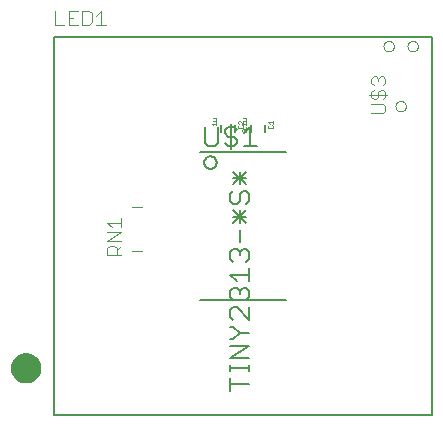
<source format=gto>
G75*
G70*
%OFA0B0*%
%FSLAX24Y24*%
%IPPOS*%
%LPD*%
%AMOC8*
5,1,8,0,0,1.08239X$1,22.5*
%
%ADD10C,0.0000*%
%ADD11C,0.0050*%
%ADD12C,0.0500*%
%ADD13C,0.0040*%
%ADD14C,0.0060*%
%ADD15C,0.0070*%
%ADD16C,0.0010*%
D10*
X001553Y000683D02*
X001553Y013281D01*
X014151Y013281D01*
X014151Y000683D01*
X001553Y000683D01*
X012931Y010986D02*
X012933Y011012D01*
X012939Y011038D01*
X012948Y011062D01*
X012961Y011085D01*
X012978Y011105D01*
X012997Y011123D01*
X013019Y011138D01*
X013042Y011149D01*
X013067Y011157D01*
X013093Y011161D01*
X013119Y011161D01*
X013145Y011157D01*
X013170Y011149D01*
X013194Y011138D01*
X013215Y011123D01*
X013234Y011105D01*
X013251Y011085D01*
X013264Y011062D01*
X013273Y011038D01*
X013279Y011012D01*
X013281Y010986D01*
X013279Y010960D01*
X013273Y010934D01*
X013264Y010910D01*
X013251Y010887D01*
X013234Y010867D01*
X013215Y010849D01*
X013193Y010834D01*
X013170Y010823D01*
X013145Y010815D01*
X013119Y010811D01*
X013093Y010811D01*
X013067Y010815D01*
X013042Y010823D01*
X013018Y010834D01*
X012997Y010849D01*
X012978Y010867D01*
X012961Y010887D01*
X012948Y010910D01*
X012939Y010934D01*
X012933Y010960D01*
X012931Y010986D01*
X012531Y012986D02*
X012533Y013012D01*
X012539Y013038D01*
X012548Y013062D01*
X012561Y013085D01*
X012578Y013105D01*
X012597Y013123D01*
X012619Y013138D01*
X012642Y013149D01*
X012667Y013157D01*
X012693Y013161D01*
X012719Y013161D01*
X012745Y013157D01*
X012770Y013149D01*
X012794Y013138D01*
X012815Y013123D01*
X012834Y013105D01*
X012851Y013085D01*
X012864Y013062D01*
X012873Y013038D01*
X012879Y013012D01*
X012881Y012986D01*
X012879Y012960D01*
X012873Y012934D01*
X012864Y012910D01*
X012851Y012887D01*
X012834Y012867D01*
X012815Y012849D01*
X012793Y012834D01*
X012770Y012823D01*
X012745Y012815D01*
X012719Y012811D01*
X012693Y012811D01*
X012667Y012815D01*
X012642Y012823D01*
X012618Y012834D01*
X012597Y012849D01*
X012578Y012867D01*
X012561Y012887D01*
X012548Y012910D01*
X012539Y012934D01*
X012533Y012960D01*
X012531Y012986D01*
X013331Y012986D02*
X013333Y013012D01*
X013339Y013038D01*
X013348Y013062D01*
X013361Y013085D01*
X013378Y013105D01*
X013397Y013123D01*
X013419Y013138D01*
X013442Y013149D01*
X013467Y013157D01*
X013493Y013161D01*
X013519Y013161D01*
X013545Y013157D01*
X013570Y013149D01*
X013594Y013138D01*
X013615Y013123D01*
X013634Y013105D01*
X013651Y013085D01*
X013664Y013062D01*
X013673Y013038D01*
X013679Y013012D01*
X013681Y012986D01*
X013679Y012960D01*
X013673Y012934D01*
X013664Y012910D01*
X013651Y012887D01*
X013634Y012867D01*
X013615Y012849D01*
X013593Y012834D01*
X013570Y012823D01*
X013545Y012815D01*
X013519Y012811D01*
X013493Y012811D01*
X013467Y012815D01*
X013442Y012823D01*
X013418Y012834D01*
X013397Y012849D01*
X013378Y012867D01*
X013361Y012887D01*
X013348Y012910D01*
X013339Y012934D01*
X013333Y012960D01*
X013331Y012986D01*
D11*
X014155Y013285D02*
X014155Y000687D01*
X001557Y000687D01*
X001557Y013285D01*
X014155Y013285D01*
D12*
X000350Y002261D02*
X000352Y002292D01*
X000358Y002323D01*
X000368Y002353D01*
X000381Y002381D01*
X000398Y002408D01*
X000418Y002432D01*
X000441Y002454D01*
X000466Y002472D01*
X000494Y002487D01*
X000523Y002499D01*
X000553Y002507D01*
X000584Y002511D01*
X000616Y002511D01*
X000647Y002507D01*
X000677Y002499D01*
X000706Y002487D01*
X000734Y002472D01*
X000759Y002454D01*
X000782Y002432D01*
X000802Y002408D01*
X000819Y002381D01*
X000832Y002353D01*
X000842Y002323D01*
X000848Y002292D01*
X000850Y002261D01*
X000848Y002230D01*
X000842Y002199D01*
X000832Y002169D01*
X000819Y002141D01*
X000802Y002114D01*
X000782Y002090D01*
X000759Y002068D01*
X000734Y002050D01*
X000706Y002035D01*
X000677Y002023D01*
X000647Y002015D01*
X000616Y002011D01*
X000584Y002011D01*
X000553Y002015D01*
X000523Y002023D01*
X000494Y002035D01*
X000466Y002050D01*
X000441Y002068D01*
X000418Y002090D01*
X000398Y002114D01*
X000381Y002141D01*
X000368Y002169D01*
X000358Y002199D01*
X000352Y002230D01*
X000350Y002261D01*
D13*
X003328Y006028D02*
X003328Y006259D01*
X003405Y006335D01*
X003558Y006335D01*
X003635Y006259D01*
X003635Y006028D01*
X003789Y006028D02*
X003328Y006028D01*
X003635Y006182D02*
X003789Y006335D01*
X003789Y006489D02*
X003328Y006489D01*
X003789Y006796D01*
X003328Y006796D01*
X003482Y006949D02*
X003328Y007103D01*
X003789Y007103D01*
X003789Y007256D02*
X003789Y006949D01*
X004151Y007612D02*
X004466Y007612D01*
X004466Y006155D02*
X004151Y006155D01*
X003265Y013699D02*
X002958Y013699D01*
X003111Y013699D02*
X003111Y014159D01*
X002958Y014006D01*
X002804Y014082D02*
X002804Y013775D01*
X002728Y013699D01*
X002497Y013699D01*
X002497Y014159D01*
X002728Y014159D01*
X002804Y014082D01*
X002344Y014159D02*
X002037Y014159D01*
X002037Y013699D01*
X002344Y013699D01*
X002191Y013929D02*
X002037Y013929D01*
X001884Y013699D02*
X001577Y013699D01*
X001577Y014159D01*
X012049Y011370D02*
X012663Y011370D01*
X012586Y011446D02*
X012509Y011523D01*
X012432Y011523D01*
X012356Y011446D01*
X012356Y011293D01*
X012279Y011216D01*
X012202Y011216D01*
X012126Y011293D01*
X012126Y011446D01*
X012202Y011523D01*
X012202Y011677D02*
X012126Y011753D01*
X012126Y011907D01*
X012202Y011984D01*
X012279Y011984D01*
X012356Y011907D01*
X012432Y011984D01*
X012509Y011984D01*
X012586Y011907D01*
X012586Y011753D01*
X012509Y011677D01*
X012356Y011830D02*
X012356Y011907D01*
X012586Y011446D02*
X012586Y011293D01*
X012509Y011216D01*
X012509Y011063D02*
X012126Y011063D01*
X012126Y010756D02*
X012509Y010756D01*
X012586Y010833D01*
X012586Y010986D01*
X012509Y011063D01*
D14*
X009291Y009456D02*
X006401Y009456D01*
X006551Y009106D02*
X006553Y009135D01*
X006559Y009163D01*
X006568Y009190D01*
X006582Y009215D01*
X006598Y009239D01*
X006618Y009259D01*
X006640Y009278D01*
X006664Y009292D01*
X006691Y009304D01*
X006718Y009312D01*
X006747Y009316D01*
X006775Y009316D01*
X006804Y009312D01*
X006831Y009304D01*
X006858Y009292D01*
X006882Y009278D01*
X006904Y009259D01*
X006924Y009239D01*
X006940Y009215D01*
X006954Y009190D01*
X006963Y009163D01*
X006969Y009135D01*
X006971Y009106D01*
X006969Y009077D01*
X006963Y009049D01*
X006954Y009022D01*
X006940Y008997D01*
X006924Y008973D01*
X006904Y008953D01*
X006882Y008934D01*
X006858Y008920D01*
X006831Y008908D01*
X006804Y008900D01*
X006775Y008896D01*
X006747Y008896D01*
X006718Y008900D01*
X006691Y008908D01*
X006664Y008920D01*
X006640Y008934D01*
X006618Y008953D01*
X006598Y008973D01*
X006582Y008997D01*
X006568Y009022D01*
X006559Y009049D01*
X006553Y009077D01*
X006551Y009106D01*
X007120Y010118D02*
X007120Y010354D01*
X007592Y010354D02*
X007592Y010118D01*
X008120Y010118D02*
X008120Y010354D01*
X008592Y010354D02*
X008592Y010118D01*
X009291Y004516D02*
X006401Y004516D01*
D15*
X007425Y004614D02*
X007425Y004824D01*
X007530Y004929D01*
X007636Y004929D01*
X007741Y004824D01*
X007846Y004929D01*
X007951Y004929D01*
X008056Y004824D01*
X008056Y004614D01*
X007951Y004509D01*
X007741Y004719D02*
X007741Y004824D01*
X007636Y005154D02*
X007425Y005364D01*
X008056Y005364D01*
X008056Y005154D02*
X008056Y005574D01*
X007951Y005798D02*
X008056Y005903D01*
X008056Y006113D01*
X007951Y006218D01*
X007846Y006218D01*
X007741Y006113D01*
X007741Y006008D01*
X007741Y006113D02*
X007636Y006218D01*
X007530Y006218D01*
X007425Y006113D01*
X007425Y005903D01*
X007530Y005798D01*
X007741Y006443D02*
X007741Y006863D01*
X007741Y007087D02*
X007741Y007508D01*
X007951Y007508D02*
X007530Y007087D01*
X007530Y007297D02*
X007951Y007297D01*
X007951Y007087D02*
X007530Y007508D01*
X007530Y007732D02*
X007636Y007732D01*
X007741Y007837D01*
X007741Y008047D01*
X007846Y008152D01*
X007951Y008152D01*
X008056Y008047D01*
X008056Y007837D01*
X007951Y007732D01*
X007530Y007732D02*
X007425Y007837D01*
X007425Y008047D01*
X007530Y008152D01*
X007530Y008376D02*
X007951Y008797D01*
X007741Y008797D02*
X007741Y008376D01*
X007951Y008376D02*
X007530Y008797D01*
X007530Y008586D02*
X007951Y008586D01*
X007880Y009656D02*
X008300Y009656D01*
X008090Y009656D02*
X008090Y010286D01*
X007880Y010076D01*
X007656Y010181D02*
X007551Y010286D01*
X007341Y010286D01*
X007235Y010181D01*
X007235Y010076D01*
X007341Y009971D01*
X007551Y009971D01*
X007656Y009866D01*
X007656Y009761D01*
X007551Y009656D01*
X007341Y009656D01*
X007235Y009761D01*
X007011Y009761D02*
X007011Y010286D01*
X006591Y010286D02*
X006591Y009761D01*
X006696Y009656D01*
X006906Y009656D01*
X007011Y009761D01*
X007446Y009551D02*
X007446Y010391D01*
X007425Y004614D02*
X007530Y004509D01*
X007530Y004285D02*
X007425Y004180D01*
X007425Y003970D01*
X007530Y003864D01*
X007530Y003640D02*
X007425Y003640D01*
X007530Y003640D02*
X007741Y003430D01*
X008056Y003430D01*
X007741Y003430D02*
X007530Y003220D01*
X007425Y003220D01*
X007425Y002996D02*
X008056Y002996D01*
X007425Y002575D01*
X008056Y002575D01*
X008056Y002356D02*
X008056Y002146D01*
X008056Y002251D02*
X007425Y002251D01*
X007425Y002146D02*
X007425Y002356D01*
X007425Y001921D02*
X007425Y001501D01*
X007425Y001711D02*
X008056Y001711D01*
X008056Y003864D02*
X007636Y004285D01*
X007530Y004285D01*
X008056Y004285D02*
X008056Y003864D01*
D16*
X007936Y010125D02*
X007836Y010225D01*
X007936Y010225D01*
X007961Y010200D01*
X007961Y010150D01*
X007936Y010125D01*
X007836Y010125D01*
X007811Y010150D01*
X007811Y010200D01*
X007836Y010225D01*
X007811Y010246D02*
X007836Y010271D01*
X007836Y010321D01*
X007811Y010346D01*
X007861Y010346D02*
X007811Y010396D01*
X007961Y010396D01*
X007961Y010346D02*
X007961Y010446D01*
X007936Y010494D02*
X007961Y010519D01*
X007961Y010594D01*
X007861Y010594D01*
X007861Y010494D02*
X007936Y010494D01*
X007836Y010494D02*
X007836Y010394D01*
X007736Y010494D01*
X007711Y010494D01*
X007686Y010469D01*
X007686Y010419D01*
X007711Y010394D01*
X007711Y010346D02*
X007686Y010321D01*
X007686Y010271D01*
X007711Y010246D01*
X007811Y010246D01*
X007936Y010273D02*
X007936Y010298D01*
X007961Y010298D01*
X007961Y010273D01*
X007936Y010273D01*
X008686Y010271D02*
X008711Y010246D01*
X008811Y010246D01*
X008836Y010271D01*
X008836Y010321D01*
X008811Y010346D01*
X008836Y010394D02*
X008836Y010494D01*
X008836Y010444D02*
X008686Y010444D01*
X008736Y010394D01*
X008711Y010346D02*
X008686Y010321D01*
X008686Y010271D01*
X006961Y010346D02*
X006961Y010446D01*
X006961Y010396D02*
X006811Y010396D01*
X006861Y010346D01*
X006861Y010494D02*
X006936Y010494D01*
X006961Y010519D01*
X006961Y010594D01*
X006861Y010594D01*
M02*

</source>
